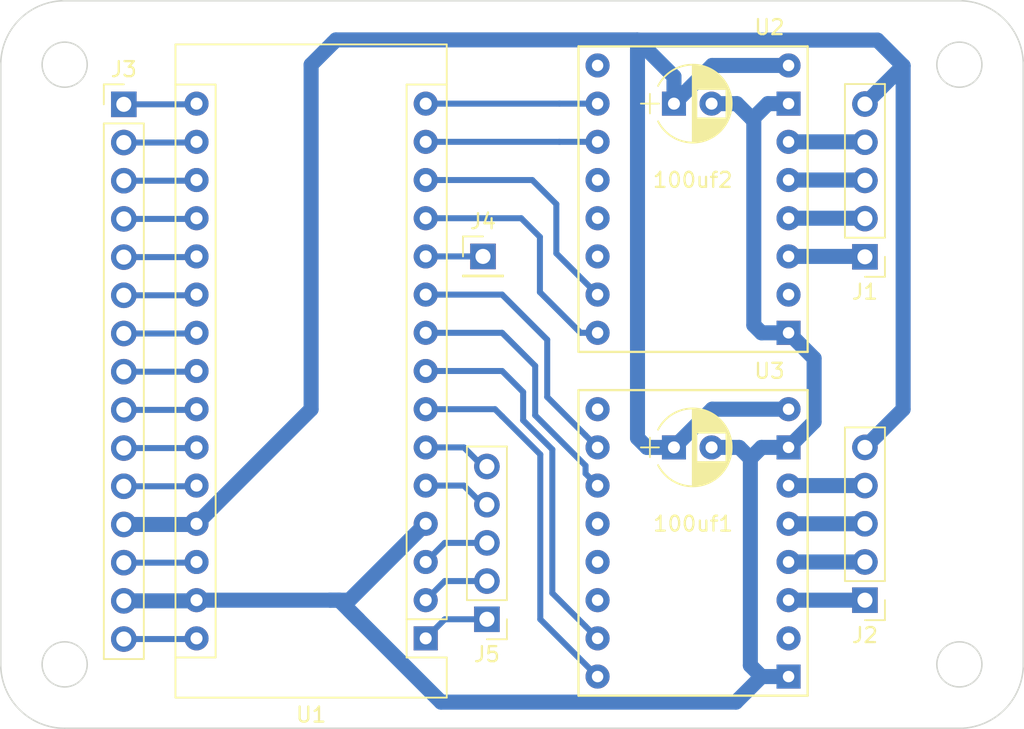
<source format=kicad_pcb>
(kicad_pcb (version 4) (host pcbnew 4.0.7)

  (general
    (links 50)
    (no_connects 5)
    (area 108.949999 68.949999 176.050001 126.050001)
    (thickness 1.6)
    (drawings 12)
    (tracks 140)
    (zones 0)
    (modules 10)
    (nets 48)
  )

  (page A4)
  (layers
    (0 F.Cu signal)
    (31 B.Cu signal)
    (32 B.Adhes user)
    (33 F.Adhes user)
    (34 B.Paste user)
    (35 F.Paste user)
    (36 B.SilkS user)
    (37 F.SilkS user)
    (38 B.Mask user)
    (39 F.Mask user)
    (40 Dwgs.User user)
    (41 Cmts.User user)
    (42 Eco1.User user)
    (43 Eco2.User user)
    (44 Edge.Cuts user)
    (45 Margin user)
    (46 B.CrtYd user)
    (47 F.CrtYd user)
    (48 B.Fab user)
    (49 F.Fab user)
  )

  (setup
    (last_trace_width 1)
    (user_trace_width 1)
    (trace_clearance 0.4)
    (zone_clearance 0.508)
    (zone_45_only no)
    (trace_min 0.2)
    (segment_width 0.2)
    (edge_width 0.1)
    (via_size 0.6)
    (via_drill 0.4)
    (via_min_size 0.4)
    (via_min_drill 0.3)
    (uvia_size 0.3)
    (uvia_drill 0.1)
    (uvias_allowed no)
    (uvia_min_size 0.2)
    (uvia_min_drill 0.1)
    (pcb_text_width 0.3)
    (pcb_text_size 1.5 1.5)
    (mod_edge_width 0.15)
    (mod_text_size 1 1)
    (mod_text_width 0.15)
    (pad_size 1.5 1.5)
    (pad_drill 0.6)
    (pad_to_mask_clearance 0)
    (aux_axis_origin 0 0)
    (visible_elements 7FFFFFFF)
    (pcbplotparams
      (layerselection 0x00030_80000001)
      (usegerberextensions false)
      (excludeedgelayer true)
      (linewidth 0.100000)
      (plotframeref false)
      (viasonmask false)
      (mode 1)
      (useauxorigin false)
      (hpglpennumber 1)
      (hpglpenspeed 20)
      (hpglpendiameter 15)
      (hpglpenoverlay 2)
      (psnegative false)
      (psa4output false)
      (plotreference true)
      (plotvalue true)
      (plotinvisibletext false)
      (padsonsilk false)
      (subtractmaskfromsilk false)
      (outputformat 1)
      (mirror false)
      (drillshape 1)
      (scaleselection 1)
      (outputdirectory ""))
  )

  (net 0 "")
  (net 1 /VMOT)
  (net 2 GND)
  (net 3 "Net-(J1-Pad1)")
  (net 4 "Net-(J1-Pad2)")
  (net 5 "Net-(J1-Pad3)")
  (net 6 "Net-(J1-Pad4)")
  (net 7 "Net-(J2-Pad1)")
  (net 8 "Net-(J2-Pad2)")
  (net 9 "Net-(J2-Pad3)")
  (net 10 "Net-(J2-Pad4)")
  (net 11 "Net-(U1-Pad7)")
  (net 12 "Net-(U1-Pad8)")
  (net 13 "Net-(U1-Pad9)")
  (net 14 "Net-(U1-Pad10)")
  (net 15 "Net-(U1-Pad12)")
  (net 16 "Net-(U1-Pad13)")
  (net 17 "Net-(U1-Pad14)")
  (net 18 "Net-(U1-Pad15)")
  (net 19 "Net-(U2-Pad1)")
  (net 20 "Net-(U2-Pad4)")
  (net 21 "Net-(U2-Pad5)")
  (net 22 "Net-(U2-Pad6)")
  (net 23 "Net-(U2-Pad10)")
  (net 24 "Net-(U3-Pad1)")
  (net 25 "Net-(U3-Pad4)")
  (net 26 "Net-(U3-Pad5)")
  (net 27 "Net-(U3-Pad6)")
  (net 28 "Net-(U3-Pad10)")
  (net 29 "Net-(J3-Pad1)")
  (net 30 "Net-(J3-Pad2)")
  (net 31 "Net-(J3-Pad3)")
  (net 32 "Net-(J4-Pad1)")
  (net 33 "Net-(J5-Pad1)")
  (net 34 "Net-(J5-Pad2)")
  (net 35 "Net-(J3-Pad4)")
  (net 36 "Net-(J3-Pad5)")
  (net 37 "Net-(J3-Pad6)")
  (net 38 "Net-(J3-Pad7)")
  (net 39 "Net-(J3-Pad8)")
  (net 40 "Net-(J3-Pad9)")
  (net 41 "Net-(J3-Pad10)")
  (net 42 "Net-(J3-Pad11)")
  (net 43 "Net-(J3-Pad13)")
  (net 44 "Net-(J3-Pad15)")
  (net 45 "Net-(J5-Pad3)")
  (net 46 "Net-(J5-Pad4)")
  (net 47 "Net-(J5-Pad5)")

  (net_class Default "This is the default net class."
    (clearance 0.4)
    (trace_width 0.4)
    (via_dia 0.6)
    (via_drill 0.4)
    (uvia_dia 0.3)
    (uvia_drill 0.1)
    (add_net /VMOT)
    (add_net GND)
    (add_net "Net-(J1-Pad1)")
    (add_net "Net-(J1-Pad2)")
    (add_net "Net-(J1-Pad3)")
    (add_net "Net-(J1-Pad4)")
    (add_net "Net-(J2-Pad1)")
    (add_net "Net-(J2-Pad2)")
    (add_net "Net-(J2-Pad3)")
    (add_net "Net-(J2-Pad4)")
    (add_net "Net-(J3-Pad1)")
    (add_net "Net-(J3-Pad10)")
    (add_net "Net-(J3-Pad11)")
    (add_net "Net-(J3-Pad13)")
    (add_net "Net-(J3-Pad15)")
    (add_net "Net-(J3-Pad2)")
    (add_net "Net-(J3-Pad3)")
    (add_net "Net-(J3-Pad4)")
    (add_net "Net-(J3-Pad5)")
    (add_net "Net-(J3-Pad6)")
    (add_net "Net-(J3-Pad7)")
    (add_net "Net-(J3-Pad8)")
    (add_net "Net-(J3-Pad9)")
    (add_net "Net-(J4-Pad1)")
    (add_net "Net-(J5-Pad1)")
    (add_net "Net-(J5-Pad2)")
    (add_net "Net-(J5-Pad3)")
    (add_net "Net-(J5-Pad4)")
    (add_net "Net-(J5-Pad5)")
    (add_net "Net-(U1-Pad10)")
    (add_net "Net-(U1-Pad12)")
    (add_net "Net-(U1-Pad13)")
    (add_net "Net-(U1-Pad14)")
    (add_net "Net-(U1-Pad15)")
    (add_net "Net-(U1-Pad7)")
    (add_net "Net-(U1-Pad8)")
    (add_net "Net-(U1-Pad9)")
    (add_net "Net-(U2-Pad1)")
    (add_net "Net-(U2-Pad10)")
    (add_net "Net-(U2-Pad4)")
    (add_net "Net-(U2-Pad5)")
    (add_net "Net-(U2-Pad6)")
    (add_net "Net-(U3-Pad1)")
    (add_net "Net-(U3-Pad10)")
    (add_net "Net-(U3-Pad4)")
    (add_net "Net-(U3-Pad5)")
    (add_net "Net-(U3-Pad6)")
  )

  (module Modules:Arduino_Nano (layer F.Cu) (tedit 58ACAF70) (tstamp 5B5073F8)
    (at 48.26 64.77 180)
    (descr "Arduino Nano, http://www.mouser.com/pdfdocs/Gravitech_Arduino_Nano3_0.pdf")
    (tags "Arduino Nano")
    (path /5B3603A6)
    (fp_text reference U1 (at 7.62 -5.08 180) (layer F.SilkS)
      (effects (font (size 1 1) (thickness 0.15)))
    )
    (fp_text value ArduinoNano (at 8.89 19.05 270) (layer F.Fab)
      (effects (font (size 1 1) (thickness 0.15)))
    )
    (fp_text user %R (at 6.35 19.05 270) (layer F.Fab)
      (effects (font (size 1 1) (thickness 0.15)))
    )
    (fp_line (start 1.27 1.27) (end 1.27 -1.27) (layer F.SilkS) (width 0.12))
    (fp_line (start 1.27 -1.27) (end -1.4 -1.27) (layer F.SilkS) (width 0.12))
    (fp_line (start -1.4 1.27) (end -1.4 39.5) (layer F.SilkS) (width 0.12))
    (fp_line (start -1.4 -3.94) (end -1.4 -1.27) (layer F.SilkS) (width 0.12))
    (fp_line (start 13.97 -1.27) (end 16.64 -1.27) (layer F.SilkS) (width 0.12))
    (fp_line (start 13.97 -1.27) (end 13.97 36.83) (layer F.SilkS) (width 0.12))
    (fp_line (start 13.97 36.83) (end 16.64 36.83) (layer F.SilkS) (width 0.12))
    (fp_line (start 1.27 1.27) (end -1.4 1.27) (layer F.SilkS) (width 0.12))
    (fp_line (start 1.27 1.27) (end 1.27 36.83) (layer F.SilkS) (width 0.12))
    (fp_line (start 1.27 36.83) (end -1.4 36.83) (layer F.SilkS) (width 0.12))
    (fp_line (start 3.81 31.75) (end 11.43 31.75) (layer F.Fab) (width 0.1))
    (fp_line (start 11.43 31.75) (end 11.43 41.91) (layer F.Fab) (width 0.1))
    (fp_line (start 11.43 41.91) (end 3.81 41.91) (layer F.Fab) (width 0.1))
    (fp_line (start 3.81 41.91) (end 3.81 31.75) (layer F.Fab) (width 0.1))
    (fp_line (start -1.4 39.5) (end 16.64 39.5) (layer F.SilkS) (width 0.12))
    (fp_line (start 16.64 39.5) (end 16.64 -3.94) (layer F.SilkS) (width 0.12))
    (fp_line (start 16.64 -3.94) (end -1.4 -3.94) (layer F.SilkS) (width 0.12))
    (fp_line (start 16.51 39.37) (end -1.27 39.37) (layer F.Fab) (width 0.1))
    (fp_line (start -1.27 39.37) (end -1.27 -2.54) (layer F.Fab) (width 0.1))
    (fp_line (start -1.27 -2.54) (end 0 -3.81) (layer F.Fab) (width 0.1))
    (fp_line (start 0 -3.81) (end 16.51 -3.81) (layer F.Fab) (width 0.1))
    (fp_line (start 16.51 -3.81) (end 16.51 39.37) (layer F.Fab) (width 0.1))
    (fp_line (start -1.53 -4.06) (end 16.75 -4.06) (layer F.CrtYd) (width 0.05))
    (fp_line (start -1.53 -4.06) (end -1.53 42.16) (layer F.CrtYd) (width 0.05))
    (fp_line (start 16.75 42.16) (end 16.75 -4.06) (layer F.CrtYd) (width 0.05))
    (fp_line (start 16.75 42.16) (end -1.53 42.16) (layer F.CrtYd) (width 0.05))
    (pad 1 thru_hole rect (at 0 0 180) (size 1.6 1.6) (drill 0.8) (layers *.Cu *.Mask)
      (net 33 "Net-(J5-Pad1)"))
    (pad 17 thru_hole oval (at 15.24 33.02 180) (size 1.6 1.6) (drill 0.8) (layers *.Cu *.Mask)
      (net 30 "Net-(J3-Pad2)"))
    (pad 2 thru_hole oval (at 0 2.54 180) (size 1.6 1.6) (drill 0.8) (layers *.Cu *.Mask)
      (net 34 "Net-(J5-Pad2)"))
    (pad 18 thru_hole oval (at 15.24 30.48 180) (size 1.6 1.6) (drill 0.8) (layers *.Cu *.Mask)
      (net 31 "Net-(J3-Pad3)"))
    (pad 3 thru_hole oval (at 0 5.08 180) (size 1.6 1.6) (drill 0.8) (layers *.Cu *.Mask)
      (net 45 "Net-(J5-Pad3)"))
    (pad 19 thru_hole oval (at 15.24 27.94 180) (size 1.6 1.6) (drill 0.8) (layers *.Cu *.Mask)
      (net 35 "Net-(J3-Pad4)"))
    (pad 4 thru_hole oval (at 0 7.62 180) (size 1.6 1.6) (drill 0.8) (layers *.Cu *.Mask)
      (net 2 GND))
    (pad 20 thru_hole oval (at 15.24 25.4 180) (size 1.6 1.6) (drill 0.8) (layers *.Cu *.Mask)
      (net 36 "Net-(J3-Pad5)"))
    (pad 5 thru_hole oval (at 0 10.16 180) (size 1.6 1.6) (drill 0.8) (layers *.Cu *.Mask)
      (net 46 "Net-(J5-Pad4)"))
    (pad 21 thru_hole oval (at 15.24 22.86 180) (size 1.6 1.6) (drill 0.8) (layers *.Cu *.Mask)
      (net 37 "Net-(J3-Pad6)"))
    (pad 6 thru_hole oval (at 0 12.7 180) (size 1.6 1.6) (drill 0.8) (layers *.Cu *.Mask)
      (net 47 "Net-(J5-Pad5)"))
    (pad 22 thru_hole oval (at 15.24 20.32 180) (size 1.6 1.6) (drill 0.8) (layers *.Cu *.Mask)
      (net 38 "Net-(J3-Pad7)"))
    (pad 7 thru_hole oval (at 0 15.24 180) (size 1.6 1.6) (drill 0.8) (layers *.Cu *.Mask)
      (net 11 "Net-(U1-Pad7)"))
    (pad 23 thru_hole oval (at 15.24 17.78 180) (size 1.6 1.6) (drill 0.8) (layers *.Cu *.Mask)
      (net 39 "Net-(J3-Pad8)"))
    (pad 8 thru_hole oval (at 0 17.78 180) (size 1.6 1.6) (drill 0.8) (layers *.Cu *.Mask)
      (net 12 "Net-(U1-Pad8)"))
    (pad 24 thru_hole oval (at 15.24 15.24 180) (size 1.6 1.6) (drill 0.8) (layers *.Cu *.Mask)
      (net 40 "Net-(J3-Pad9)"))
    (pad 9 thru_hole oval (at 0 20.32 180) (size 1.6 1.6) (drill 0.8) (layers *.Cu *.Mask)
      (net 13 "Net-(U1-Pad9)"))
    (pad 25 thru_hole oval (at 15.24 12.7 180) (size 1.6 1.6) (drill 0.8) (layers *.Cu *.Mask)
      (net 41 "Net-(J3-Pad10)"))
    (pad 10 thru_hole oval (at 0 22.86 180) (size 1.6 1.6) (drill 0.8) (layers *.Cu *.Mask)
      (net 14 "Net-(U1-Pad10)"))
    (pad 26 thru_hole oval (at 15.24 10.16 180) (size 1.6 1.6) (drill 0.8) (layers *.Cu *.Mask)
      (net 42 "Net-(J3-Pad11)"))
    (pad 11 thru_hole oval (at 0 25.4 180) (size 1.6 1.6) (drill 0.8) (layers *.Cu *.Mask)
      (net 32 "Net-(J4-Pad1)"))
    (pad 27 thru_hole oval (at 15.24 7.62 180) (size 1.6 1.6) (drill 0.8) (layers *.Cu *.Mask)
      (net 1 /VMOT))
    (pad 12 thru_hole oval (at 0 27.94 180) (size 1.6 1.6) (drill 0.8) (layers *.Cu *.Mask)
      (net 15 "Net-(U1-Pad12)"))
    (pad 28 thru_hole oval (at 15.24 5.08 180) (size 1.6 1.6) (drill 0.8) (layers *.Cu *.Mask)
      (net 43 "Net-(J3-Pad13)"))
    (pad 13 thru_hole oval (at 0 30.48 180) (size 1.6 1.6) (drill 0.8) (layers *.Cu *.Mask)
      (net 16 "Net-(U1-Pad13)"))
    (pad 29 thru_hole oval (at 15.24 2.54 180) (size 1.6 1.6) (drill 0.8) (layers *.Cu *.Mask)
      (net 2 GND))
    (pad 14 thru_hole oval (at 0 33.02 180) (size 1.6 1.6) (drill 0.8) (layers *.Cu *.Mask)
      (net 17 "Net-(U1-Pad14)"))
    (pad 30 thru_hole oval (at 15.24 0 180) (size 1.6 1.6) (drill 0.8) (layers *.Cu *.Mask)
      (net 44 "Net-(J3-Pad15)"))
    (pad 15 thru_hole oval (at 0 35.56 180) (size 1.6 1.6) (drill 0.8) (layers *.Cu *.Mask)
      (net 18 "Net-(U1-Pad15)"))
    (pad 16 thru_hole oval (at 15.24 35.56 180) (size 1.6 1.6) (drill 0.8) (layers *.Cu *.Mask)
      (net 29 "Net-(J3-Pad1)"))
  )

  (module Capacitors_THT:CP_Radial_D5.0mm_P2.50mm (layer F.Cu) (tedit 597BC7C2) (tstamp 5B5072E5)
    (at 64.77 52.07)
    (descr "CP, Radial series, Radial, pin pitch=2.50mm, , diameter=5mm, Electrolytic Capacitor")
    (tags "CP Radial series Radial pin pitch 2.50mm  diameter 5mm Electrolytic Capacitor")
    (path /5B360C92)
    (fp_text reference 100uf1 (at 1.27 5.08) (layer F.SilkS)
      (effects (font (size 1 1) (thickness 0.15)))
    )
    (fp_text value CP1 (at 1.25 3.81) (layer F.Fab)
      (effects (font (size 1 1) (thickness 0.15)))
    )
    (fp_arc (start 1.25 0) (end -1.05558 -1.18) (angle 125.8) (layer F.SilkS) (width 0.12))
    (fp_arc (start 1.25 0) (end -1.05558 1.18) (angle -125.8) (layer F.SilkS) (width 0.12))
    (fp_arc (start 1.25 0) (end 3.55558 -1.18) (angle 54.2) (layer F.SilkS) (width 0.12))
    (fp_circle (center 1.25 0) (end 3.75 0) (layer F.Fab) (width 0.1))
    (fp_line (start -2.2 0) (end -1 0) (layer F.Fab) (width 0.1))
    (fp_line (start -1.6 -0.65) (end -1.6 0.65) (layer F.Fab) (width 0.1))
    (fp_line (start 1.25 -2.55) (end 1.25 2.55) (layer F.SilkS) (width 0.12))
    (fp_line (start 1.29 -2.55) (end 1.29 2.55) (layer F.SilkS) (width 0.12))
    (fp_line (start 1.33 -2.549) (end 1.33 2.549) (layer F.SilkS) (width 0.12))
    (fp_line (start 1.37 -2.548) (end 1.37 2.548) (layer F.SilkS) (width 0.12))
    (fp_line (start 1.41 -2.546) (end 1.41 2.546) (layer F.SilkS) (width 0.12))
    (fp_line (start 1.45 -2.543) (end 1.45 2.543) (layer F.SilkS) (width 0.12))
    (fp_line (start 1.49 -2.539) (end 1.49 2.539) (layer F.SilkS) (width 0.12))
    (fp_line (start 1.53 -2.535) (end 1.53 -0.98) (layer F.SilkS) (width 0.12))
    (fp_line (start 1.53 0.98) (end 1.53 2.535) (layer F.SilkS) (width 0.12))
    (fp_line (start 1.57 -2.531) (end 1.57 -0.98) (layer F.SilkS) (width 0.12))
    (fp_line (start 1.57 0.98) (end 1.57 2.531) (layer F.SilkS) (width 0.12))
    (fp_line (start 1.61 -2.525) (end 1.61 -0.98) (layer F.SilkS) (width 0.12))
    (fp_line (start 1.61 0.98) (end 1.61 2.525) (layer F.SilkS) (width 0.12))
    (fp_line (start 1.65 -2.519) (end 1.65 -0.98) (layer F.SilkS) (width 0.12))
    (fp_line (start 1.65 0.98) (end 1.65 2.519) (layer F.SilkS) (width 0.12))
    (fp_line (start 1.69 -2.513) (end 1.69 -0.98) (layer F.SilkS) (width 0.12))
    (fp_line (start 1.69 0.98) (end 1.69 2.513) (layer F.SilkS) (width 0.12))
    (fp_line (start 1.73 -2.506) (end 1.73 -0.98) (layer F.SilkS) (width 0.12))
    (fp_line (start 1.73 0.98) (end 1.73 2.506) (layer F.SilkS) (width 0.12))
    (fp_line (start 1.77 -2.498) (end 1.77 -0.98) (layer F.SilkS) (width 0.12))
    (fp_line (start 1.77 0.98) (end 1.77 2.498) (layer F.SilkS) (width 0.12))
    (fp_line (start 1.81 -2.489) (end 1.81 -0.98) (layer F.SilkS) (width 0.12))
    (fp_line (start 1.81 0.98) (end 1.81 2.489) (layer F.SilkS) (width 0.12))
    (fp_line (start 1.85 -2.48) (end 1.85 -0.98) (layer F.SilkS) (width 0.12))
    (fp_line (start 1.85 0.98) (end 1.85 2.48) (layer F.SilkS) (width 0.12))
    (fp_line (start 1.89 -2.47) (end 1.89 -0.98) (layer F.SilkS) (width 0.12))
    (fp_line (start 1.89 0.98) (end 1.89 2.47) (layer F.SilkS) (width 0.12))
    (fp_line (start 1.93 -2.46) (end 1.93 -0.98) (layer F.SilkS) (width 0.12))
    (fp_line (start 1.93 0.98) (end 1.93 2.46) (layer F.SilkS) (width 0.12))
    (fp_line (start 1.971 -2.448) (end 1.971 -0.98) (layer F.SilkS) (width 0.12))
    (fp_line (start 1.971 0.98) (end 1.971 2.448) (layer F.SilkS) (width 0.12))
    (fp_line (start 2.011 -2.436) (end 2.011 -0.98) (layer F.SilkS) (width 0.12))
    (fp_line (start 2.011 0.98) (end 2.011 2.436) (layer F.SilkS) (width 0.12))
    (fp_line (start 2.051 -2.424) (end 2.051 -0.98) (layer F.SilkS) (width 0.12))
    (fp_line (start 2.051 0.98) (end 2.051 2.424) (layer F.SilkS) (width 0.12))
    (fp_line (start 2.091 -2.41) (end 2.091 -0.98) (layer F.SilkS) (width 0.12))
    (fp_line (start 2.091 0.98) (end 2.091 2.41) (layer F.SilkS) (width 0.12))
    (fp_line (start 2.131 -2.396) (end 2.131 -0.98) (layer F.SilkS) (width 0.12))
    (fp_line (start 2.131 0.98) (end 2.131 2.396) (layer F.SilkS) (width 0.12))
    (fp_line (start 2.171 -2.382) (end 2.171 -0.98) (layer F.SilkS) (width 0.12))
    (fp_line (start 2.171 0.98) (end 2.171 2.382) (layer F.SilkS) (width 0.12))
    (fp_line (start 2.211 -2.366) (end 2.211 -0.98) (layer F.SilkS) (width 0.12))
    (fp_line (start 2.211 0.98) (end 2.211 2.366) (layer F.SilkS) (width 0.12))
    (fp_line (start 2.251 -2.35) (end 2.251 -0.98) (layer F.SilkS) (width 0.12))
    (fp_line (start 2.251 0.98) (end 2.251 2.35) (layer F.SilkS) (width 0.12))
    (fp_line (start 2.291 -2.333) (end 2.291 -0.98) (layer F.SilkS) (width 0.12))
    (fp_line (start 2.291 0.98) (end 2.291 2.333) (layer F.SilkS) (width 0.12))
    (fp_line (start 2.331 -2.315) (end 2.331 -0.98) (layer F.SilkS) (width 0.12))
    (fp_line (start 2.331 0.98) (end 2.331 2.315) (layer F.SilkS) (width 0.12))
    (fp_line (start 2.371 -2.296) (end 2.371 -0.98) (layer F.SilkS) (width 0.12))
    (fp_line (start 2.371 0.98) (end 2.371 2.296) (layer F.SilkS) (width 0.12))
    (fp_line (start 2.411 -2.276) (end 2.411 -0.98) (layer F.SilkS) (width 0.12))
    (fp_line (start 2.411 0.98) (end 2.411 2.276) (layer F.SilkS) (width 0.12))
    (fp_line (start 2.451 -2.256) (end 2.451 -0.98) (layer F.SilkS) (width 0.12))
    (fp_line (start 2.451 0.98) (end 2.451 2.256) (layer F.SilkS) (width 0.12))
    (fp_line (start 2.491 -2.234) (end 2.491 -0.98) (layer F.SilkS) (width 0.12))
    (fp_line (start 2.491 0.98) (end 2.491 2.234) (layer F.SilkS) (width 0.12))
    (fp_line (start 2.531 -2.212) (end 2.531 -0.98) (layer F.SilkS) (width 0.12))
    (fp_line (start 2.531 0.98) (end 2.531 2.212) (layer F.SilkS) (width 0.12))
    (fp_line (start 2.571 -2.189) (end 2.571 -0.98) (layer F.SilkS) (width 0.12))
    (fp_line (start 2.571 0.98) (end 2.571 2.189) (layer F.SilkS) (width 0.12))
    (fp_line (start 2.611 -2.165) (end 2.611 -0.98) (layer F.SilkS) (width 0.12))
    (fp_line (start 2.611 0.98) (end 2.611 2.165) (layer F.SilkS) (width 0.12))
    (fp_line (start 2.651 -2.14) (end 2.651 -0.98) (layer F.SilkS) (width 0.12))
    (fp_line (start 2.651 0.98) (end 2.651 2.14) (layer F.SilkS) (width 0.12))
    (fp_line (start 2.691 -2.113) (end 2.691 -0.98) (layer F.SilkS) (width 0.12))
    (fp_line (start 2.691 0.98) (end 2.691 2.113) (layer F.SilkS) (width 0.12))
    (fp_line (start 2.731 -2.086) (end 2.731 -0.98) (layer F.SilkS) (width 0.12))
    (fp_line (start 2.731 0.98) (end 2.731 2.086) (layer F.SilkS) (width 0.12))
    (fp_line (start 2.771 -2.058) (end 2.771 -0.98) (layer F.SilkS) (width 0.12))
    (fp_line (start 2.771 0.98) (end 2.771 2.058) (layer F.SilkS) (width 0.12))
    (fp_line (start 2.811 -2.028) (end 2.811 -0.98) (layer F.SilkS) (width 0.12))
    (fp_line (start 2.811 0.98) (end 2.811 2.028) (layer F.SilkS) (width 0.12))
    (fp_line (start 2.851 -1.997) (end 2.851 -0.98) (layer F.SilkS) (width 0.12))
    (fp_line (start 2.851 0.98) (end 2.851 1.997) (layer F.SilkS) (width 0.12))
    (fp_line (start 2.891 -1.965) (end 2.891 -0.98) (layer F.SilkS) (width 0.12))
    (fp_line (start 2.891 0.98) (end 2.891 1.965) (layer F.SilkS) (width 0.12))
    (fp_line (start 2.931 -1.932) (end 2.931 -0.98) (layer F.SilkS) (width 0.12))
    (fp_line (start 2.931 0.98) (end 2.931 1.932) (layer F.SilkS) (width 0.12))
    (fp_line (start 2.971 -1.897) (end 2.971 -0.98) (layer F.SilkS) (width 0.12))
    (fp_line (start 2.971 0.98) (end 2.971 1.897) (layer F.SilkS) (width 0.12))
    (fp_line (start 3.011 -1.861) (end 3.011 -0.98) (layer F.SilkS) (width 0.12))
    (fp_line (start 3.011 0.98) (end 3.011 1.861) (layer F.SilkS) (width 0.12))
    (fp_line (start 3.051 -1.823) (end 3.051 -0.98) (layer F.SilkS) (width 0.12))
    (fp_line (start 3.051 0.98) (end 3.051 1.823) (layer F.SilkS) (width 0.12))
    (fp_line (start 3.091 -1.783) (end 3.091 -0.98) (layer F.SilkS) (width 0.12))
    (fp_line (start 3.091 0.98) (end 3.091 1.783) (layer F.SilkS) (width 0.12))
    (fp_line (start 3.131 -1.742) (end 3.131 -0.98) (layer F.SilkS) (width 0.12))
    (fp_line (start 3.131 0.98) (end 3.131 1.742) (layer F.SilkS) (width 0.12))
    (fp_line (start 3.171 -1.699) (end 3.171 -0.98) (layer F.SilkS) (width 0.12))
    (fp_line (start 3.171 0.98) (end 3.171 1.699) (layer F.SilkS) (width 0.12))
    (fp_line (start 3.211 -1.654) (end 3.211 -0.98) (layer F.SilkS) (width 0.12))
    (fp_line (start 3.211 0.98) (end 3.211 1.654) (layer F.SilkS) (width 0.12))
    (fp_line (start 3.251 -1.606) (end 3.251 -0.98) (layer F.SilkS) (width 0.12))
    (fp_line (start 3.251 0.98) (end 3.251 1.606) (layer F.SilkS) (width 0.12))
    (fp_line (start 3.291 -1.556) (end 3.291 -0.98) (layer F.SilkS) (width 0.12))
    (fp_line (start 3.291 0.98) (end 3.291 1.556) (layer F.SilkS) (width 0.12))
    (fp_line (start 3.331 -1.504) (end 3.331 -0.98) (layer F.SilkS) (width 0.12))
    (fp_line (start 3.331 0.98) (end 3.331 1.504) (layer F.SilkS) (width 0.12))
    (fp_line (start 3.371 -1.448) (end 3.371 -0.98) (layer F.SilkS) (width 0.12))
    (fp_line (start 3.371 0.98) (end 3.371 1.448) (layer F.SilkS) (width 0.12))
    (fp_line (start 3.411 -1.39) (end 3.411 -0.98) (layer F.SilkS) (width 0.12))
    (fp_line (start 3.411 0.98) (end 3.411 1.39) (layer F.SilkS) (width 0.12))
    (fp_line (start 3.451 -1.327) (end 3.451 -0.98) (layer F.SilkS) (width 0.12))
    (fp_line (start 3.451 0.98) (end 3.451 1.327) (layer F.SilkS) (width 0.12))
    (fp_line (start 3.491 -1.261) (end 3.491 1.261) (layer F.SilkS) (width 0.12))
    (fp_line (start 3.531 -1.189) (end 3.531 1.189) (layer F.SilkS) (width 0.12))
    (fp_line (start 3.571 -1.112) (end 3.571 1.112) (layer F.SilkS) (width 0.12))
    (fp_line (start 3.611 -1.028) (end 3.611 1.028) (layer F.SilkS) (width 0.12))
    (fp_line (start 3.651 -0.934) (end 3.651 0.934) (layer F.SilkS) (width 0.12))
    (fp_line (start 3.691 -0.829) (end 3.691 0.829) (layer F.SilkS) (width 0.12))
    (fp_line (start 3.731 -0.707) (end 3.731 0.707) (layer F.SilkS) (width 0.12))
    (fp_line (start 3.771 -0.559) (end 3.771 0.559) (layer F.SilkS) (width 0.12))
    (fp_line (start 3.811 -0.354) (end 3.811 0.354) (layer F.SilkS) (width 0.12))
    (fp_line (start -2.2 0) (end -1 0) (layer F.SilkS) (width 0.12))
    (fp_line (start -1.6 -0.65) (end -1.6 0.65) (layer F.SilkS) (width 0.12))
    (fp_line (start -1.6 -2.85) (end -1.6 2.85) (layer F.CrtYd) (width 0.05))
    (fp_line (start -1.6 2.85) (end 4.1 2.85) (layer F.CrtYd) (width 0.05))
    (fp_line (start 4.1 2.85) (end 4.1 -2.85) (layer F.CrtYd) (width 0.05))
    (fp_line (start 4.1 -2.85) (end -1.6 -2.85) (layer F.CrtYd) (width 0.05))
    (fp_text user %R (at 1.25 0) (layer F.Fab)
      (effects (font (size 1 1) (thickness 0.15)))
    )
    (pad 1 thru_hole rect (at 0 0) (size 1.6 1.6) (drill 0.8) (layers *.Cu *.Mask)
      (net 1 /VMOT))
    (pad 2 thru_hole circle (at 2.5 0) (size 1.6 1.6) (drill 0.8) (layers *.Cu *.Mask)
      (net 2 GND))
    (model ${KISYS3DMOD}/Capacitors_THT.3dshapes/CP_Radial_D5.0mm_P2.50mm.wrl
      (at (xyz 0 0 0))
      (scale (xyz 1 1 1))
      (rotate (xyz 0 0 0))
    )
  )

  (module Capacitors_THT:CP_Radial_D5.0mm_P2.50mm (layer F.Cu) (tedit 597BC7C2) (tstamp 5B50736A)
    (at 64.77 29.21)
    (descr "CP, Radial series, Radial, pin pitch=2.50mm, , diameter=5mm, Electrolytic Capacitor")
    (tags "CP Radial series Radial pin pitch 2.50mm  diameter 5mm Electrolytic Capacitor")
    (path /5B360D13)
    (fp_text reference 100uf2 (at 1.25 5.08) (layer F.SilkS)
      (effects (font (size 1 1) (thickness 0.15)))
    )
    (fp_text value CP1 (at 1.25 3.81) (layer F.Fab)
      (effects (font (size 1 1) (thickness 0.15)))
    )
    (fp_arc (start 1.25 0) (end -1.05558 -1.18) (angle 125.8) (layer F.SilkS) (width 0.12))
    (fp_arc (start 1.25 0) (end -1.05558 1.18) (angle -125.8) (layer F.SilkS) (width 0.12))
    (fp_arc (start 1.25 0) (end 3.55558 -1.18) (angle 54.2) (layer F.SilkS) (width 0.12))
    (fp_circle (center 1.25 0) (end 3.75 0) (layer F.Fab) (width 0.1))
    (fp_line (start -2.2 0) (end -1 0) (layer F.Fab) (width 0.1))
    (fp_line (start -1.6 -0.65) (end -1.6 0.65) (layer F.Fab) (width 0.1))
    (fp_line (start 1.25 -2.55) (end 1.25 2.55) (layer F.SilkS) (width 0.12))
    (fp_line (start 1.29 -2.55) (end 1.29 2.55) (layer F.SilkS) (width 0.12))
    (fp_line (start 1.33 -2.549) (end 1.33 2.549) (layer F.SilkS) (width 0.12))
    (fp_line (start 1.37 -2.548) (end 1.37 2.548) (layer F.SilkS) (width 0.12))
    (fp_line (start 1.41 -2.546) (end 1.41 2.546) (layer F.SilkS) (width 0.12))
    (fp_line (start 1.45 -2.543) (end 1.45 2.543) (layer F.SilkS) (width 0.12))
    (fp_line (start 1.49 -2.539) (end 1.49 2.539) (layer F.SilkS) (width 0.12))
    (fp_line (start 1.53 -2.535) (end 1.53 -0.98) (layer F.SilkS) (width 0.12))
    (fp_line (start 1.53 0.98) (end 1.53 2.535) (layer F.SilkS) (width 0.12))
    (fp_line (start 1.57 -2.531) (end 1.57 -0.98) (layer F.SilkS) (width 0.12))
    (fp_line (start 1.57 0.98) (end 1.57 2.531) (layer F.SilkS) (width 0.12))
    (fp_line (start 1.61 -2.525) (end 1.61 -0.98) (layer F.SilkS) (width 0.12))
    (fp_line (start 1.61 0.98) (end 1.61 2.525) (layer F.SilkS) (width 0.12))
    (fp_line (start 1.65 -2.519) (end 1.65 -0.98) (layer F.SilkS) (width 0.12))
    (fp_line (start 1.65 0.98) (end 1.65 2.519) (layer F.SilkS) (width 0.12))
    (fp_line (start 1.69 -2.513) (end 1.69 -0.98) (layer F.SilkS) (width 0.12))
    (fp_line (start 1.69 0.98) (end 1.69 2.513) (layer F.SilkS) (width 0.12))
    (fp_line (start 1.73 -2.506) (end 1.73 -0.98) (layer F.SilkS) (width 0.12))
    (fp_line (start 1.73 0.98) (end 1.73 2.506) (layer F.SilkS) (width 0.12))
    (fp_line (start 1.77 -2.498) (end 1.77 -0.98) (layer F.SilkS) (width 0.12))
    (fp_line (start 1.77 0.98) (end 1.77 2.498) (layer F.SilkS) (width 0.12))
    (fp_line (start 1.81 -2.489) (end 1.81 -0.98) (layer F.SilkS) (width 0.12))
    (fp_line (start 1.81 0.98) (end 1.81 2.489) (layer F.SilkS) (width 0.12))
    (fp_line (start 1.85 -2.48) (end 1.85 -0.98) (layer F.SilkS) (width 0.12))
    (fp_line (start 1.85 0.98) (end 1.85 2.48) (layer F.SilkS) (width 0.12))
    (fp_line (start 1.89 -2.47) (end 1.89 -0.98) (layer F.SilkS) (width 0.12))
    (fp_line (start 1.89 0.98) (end 1.89 2.47) (layer F.SilkS) (width 0.12))
    (fp_line (start 1.93 -2.46) (end 1.93 -0.98) (layer F.SilkS) (width 0.12))
    (fp_line (start 1.93 0.98) (end 1.93 2.46) (layer F.SilkS) (width 0.12))
    (fp_line (start 1.971 -2.448) (end 1.971 -0.98) (layer F.SilkS) (width 0.12))
    (fp_line (start 1.971 0.98) (end 1.971 2.448) (layer F.SilkS) (width 0.12))
    (fp_line (start 2.011 -2.436) (end 2.011 -0.98) (layer F.SilkS) (width 0.12))
    (fp_line (start 2.011 0.98) (end 2.011 2.436) (layer F.SilkS) (width 0.12))
    (fp_line (start 2.051 -2.424) (end 2.051 -0.98) (layer F.SilkS) (width 0.12))
    (fp_line (start 2.051 0.98) (end 2.051 2.424) (layer F.SilkS) (width 0.12))
    (fp_line (start 2.091 -2.41) (end 2.091 -0.98) (layer F.SilkS) (width 0.12))
    (fp_line (start 2.091 0.98) (end 2.091 2.41) (layer F.SilkS) (width 0.12))
    (fp_line (start 2.131 -2.396) (end 2.131 -0.98) (layer F.SilkS) (width 0.12))
    (fp_line (start 2.131 0.98) (end 2.131 2.396) (layer F.SilkS) (width 0.12))
    (fp_line (start 2.171 -2.382) (end 2.171 -0.98) (layer F.SilkS) (width 0.12))
    (fp_line (start 2.171 0.98) (end 2.171 2.382) (layer F.SilkS) (width 0.12))
    (fp_line (start 2.211 -2.366) (end 2.211 -0.98) (layer F.SilkS) (width 0.12))
    (fp_line (start 2.211 0.98) (end 2.211 2.366) (layer F.SilkS) (width 0.12))
    (fp_line (start 2.251 -2.35) (end 2.251 -0.98) (layer F.SilkS) (width 0.12))
    (fp_line (start 2.251 0.98) (end 2.251 2.35) (layer F.SilkS) (width 0.12))
    (fp_line (start 2.291 -2.333) (end 2.291 -0.98) (layer F.SilkS) (width 0.12))
    (fp_line (start 2.291 0.98) (end 2.291 2.333) (layer F.SilkS) (width 0.12))
    (fp_line (start 2.331 -2.315) (end 2.331 -0.98) (layer F.SilkS) (width 0.12))
    (fp_line (start 2.331 0.98) (end 2.331 2.315) (layer F.SilkS) (width 0.12))
    (fp_line (start 2.371 -2.296) (end 2.371 -0.98) (layer F.SilkS) (width 0.12))
    (fp_line (start 2.371 0.98) (end 2.371 2.296) (layer F.SilkS) (width 0.12))
    (fp_line (start 2.411 -2.276) (end 2.411 -0.98) (layer F.SilkS) (width 0.12))
    (fp_line (start 2.411 0.98) (end 2.411 2.276) (layer F.SilkS) (width 0.12))
    (fp_line (start 2.451 -2.256) (end 2.451 -0.98) (layer F.SilkS) (width 0.12))
    (fp_line (start 2.451 0.98) (end 2.451 2.256) (layer F.SilkS) (width 0.12))
    (fp_line (start 2.491 -2.234) (end 2.491 -0.98) (layer F.SilkS) (width 0.12))
    (fp_line (start 2.491 0.98) (end 2.491 2.234) (layer F.SilkS) (width 0.12))
    (fp_line (start 2.531 -2.212) (end 2.531 -0.98) (layer F.SilkS) (width 0.12))
    (fp_line (start 2.531 0.98) (end 2.531 2.212) (layer F.SilkS) (width 0.12))
    (fp_line (start 2.571 -2.189) (end 2.571 -0.98) (layer F.SilkS) (width 0.12))
    (fp_line (start 2.571 0.98) (end 2.571 2.189) (layer F.SilkS) (width 0.12))
    (fp_line (start 2.611 -2.165) (end 2.611 -0.98) (layer F.SilkS) (width 0.12))
    (fp_line (start 2.611 0.98) (end 2.611 2.165) (layer F.SilkS) (width 0.12))
    (fp_line (start 2.651 -2.14) (end 2.651 -0.98) (layer F.SilkS) (width 0.12))
    (fp_line (start 2.651 0.98) (end 2.651 2.14) (layer F.SilkS) (width 0.12))
    (fp_line (start 2.691 -2.113) (end 2.691 -0.98) (layer F.SilkS) (width 0.12))
    (fp_line (start 2.691 0.98) (end 2.691 2.113) (layer F.SilkS) (width 0.12))
    (fp_line (start 2.731 -2.086) (end 2.731 -0.98) (layer F.SilkS) (width 0.12))
    (fp_line (start 2.731 0.98) (end 2.731 2.086) (layer F.SilkS) (width 0.12))
    (fp_line (start 2.771 -2.058) (end 2.771 -0.98) (layer F.SilkS) (width 0.12))
    (fp_line (start 2.771 0.98) (end 2.771 2.058) (layer F.SilkS) (width 0.12))
    (fp_line (start 2.811 -2.028) (end 2.811 -0.98) (layer F.SilkS) (width 0.12))
    (fp_line (start 2.811 0.98) (end 2.811 2.028) (layer F.SilkS) (width 0.12))
    (fp_line (start 2.851 -1.997) (end 2.851 -0.98) (layer F.SilkS) (width 0.12))
    (fp_line (start 2.851 0.98) (end 2.851 1.997) (layer F.SilkS) (width 0.12))
    (fp_line (start 2.891 -1.965) (end 2.891 -0.98) (layer F.SilkS) (width 0.12))
    (fp_line (start 2.891 0.98) (end 2.891 1.965) (layer F.SilkS) (width 0.12))
    (fp_line (start 2.931 -1.932) (end 2.931 -0.98) (layer F.SilkS) (width 0.12))
    (fp_line (start 2.931 0.98) (end 2.931 1.932) (layer F.SilkS) (width 0.12))
    (fp_line (start 2.971 -1.897) (end 2.971 -0.98) (layer F.SilkS) (width 0.12))
    (fp_line (start 2.971 0.98) (end 2.971 1.897) (layer F.SilkS) (width 0.12))
    (fp_line (start 3.011 -1.861) (end 3.011 -0.98) (layer F.SilkS) (width 0.12))
    (fp_line (start 3.011 0.98) (end 3.011 1.861) (layer F.SilkS) (width 0.12))
    (fp_line (start 3.051 -1.823) (end 3.051 -0.98) (layer F.SilkS) (width 0.12))
    (fp_line (start 3.051 0.98) (end 3.051 1.823) (layer F.SilkS) (width 0.12))
    (fp_line (start 3.091 -1.783) (end 3.091 -0.98) (layer F.SilkS) (width 0.12))
    (fp_line (start 3.091 0.98) (end 3.091 1.783) (layer F.SilkS) (width 0.12))
    (fp_line (start 3.131 -1.742) (end 3.131 -0.98) (layer F.SilkS) (width 0.12))
    (fp_line (start 3.131 0.98) (end 3.131 1.742) (layer F.SilkS) (width 0.12))
    (fp_line (start 3.171 -1.699) (end 3.171 -0.98) (layer F.SilkS) (width 0.12))
    (fp_line (start 3.171 0.98) (end 3.171 1.699) (layer F.SilkS) (width 0.12))
    (fp_line (start 3.211 -1.654) (end 3.211 -0.98) (layer F.SilkS) (width 0.12))
    (fp_line (start 3.211 0.98) (end 3.211 1.654) (layer F.SilkS) (width 0.12))
    (fp_line (start 3.251 -1.606) (end 3.251 -0.98) (layer F.SilkS) (width 0.12))
    (fp_line (start 3.251 0.98) (end 3.251 1.606) (layer F.SilkS) (width 0.12))
    (fp_line (start 3.291 -1.556) (end 3.291 -0.98) (layer F.SilkS) (width 0.12))
    (fp_line (start 3.291 0.98) (end 3.291 1.556) (layer F.SilkS) (width 0.12))
    (fp_line (start 3.331 -1.504) (end 3.331 -0.98) (layer F.SilkS) (width 0.12))
    (fp_line (start 3.331 0.98) (end 3.331 1.504) (layer F.SilkS) (width 0.12))
    (fp_line (start 3.371 -1.448) (end 3.371 -0.98) (layer F.SilkS) (width 0.12))
    (fp_line (start 3.371 0.98) (end 3.371 1.448) (layer F.SilkS) (width 0.12))
    (fp_line (start 3.411 -1.39) (end 3.411 -0.98) (layer F.SilkS) (width 0.12))
    (fp_line (start 3.411 0.98) (end 3.411 1.39) (layer F.SilkS) (width 0.12))
    (fp_line (start 3.451 -1.327) (end 3.451 -0.98) (layer F.SilkS) (width 0.12))
    (fp_line (start 3.451 0.98) (end 3.451 1.327) (layer F.SilkS) (width 0.12))
    (fp_line (start 3.491 -1.261) (end 3.491 1.261) (layer F.SilkS) (width 0.12))
    (fp_line (start 3.531 -1.189) (end 3.531 1.189) (layer F.SilkS) (width 0.12))
    (fp_line (start 3.571 -1.112) (end 3.571 1.112) (layer F.SilkS) (width 0.12))
    (fp_line (start 3.611 -1.028) (end 3.611 1.028) (layer F.SilkS) (width 0.12))
    (fp_line (start 3.651 -0.934) (end 3.651 0.934) (layer F.SilkS) (width 0.12))
    (fp_line (start 3.691 -0.829) (end 3.691 0.829) (layer F.SilkS) (width 0.12))
    (fp_line (start 3.731 -0.707) (end 3.731 0.707) (layer F.SilkS) (width 0.12))
    (fp_line (start 3.771 -0.559) (end 3.771 0.559) (layer F.SilkS) (width 0.12))
    (fp_line (start 3.811 -0.354) (end 3.811 0.354) (layer F.SilkS) (width 0.12))
    (fp_line (start -2.2 0) (end -1 0) (layer F.SilkS) (width 0.12))
    (fp_line (start -1.6 -0.65) (end -1.6 0.65) (layer F.SilkS) (width 0.12))
    (fp_line (start -1.6 -2.85) (end -1.6 2.85) (layer F.CrtYd) (width 0.05))
    (fp_line (start -1.6 2.85) (end 4.1 2.85) (layer F.CrtYd) (width 0.05))
    (fp_line (start 4.1 2.85) (end 4.1 -2.85) (layer F.CrtYd) (width 0.05))
    (fp_line (start 4.1 -2.85) (end -1.6 -2.85) (layer F.CrtYd) (width 0.05))
    (fp_text user %R (at 1.25 0) (layer F.Fab)
      (effects (font (size 1 1) (thickness 0.15)))
    )
    (pad 1 thru_hole rect (at 0 0) (size 1.6 1.6) (drill 0.8) (layers *.Cu *.Mask)
      (net 1 /VMOT))
    (pad 2 thru_hole circle (at 2.5 0) (size 1.6 1.6) (drill 0.8) (layers *.Cu *.Mask)
      (net 2 GND))
    (model ${KISYS3DMOD}/Capacitors_THT.3dshapes/CP_Radial_D5.0mm_P2.50mm.wrl
      (at (xyz 0 0 0))
      (scale (xyz 1 1 1))
      (rotate (xyz 0 0 0))
    )
  )

  (module Pin_Headers:Pin_Header_Straight_1x05_Pitch2.54mm (layer F.Cu) (tedit 59650532) (tstamp 5B507383)
    (at 77.47 39.3954 180)
    (descr "Through hole straight pin header, 1x05, 2.54mm pitch, single row")
    (tags "Through hole pin header THT 1x05 2.54mm single row")
    (path /5B505C76)
    (fp_text reference J1 (at 0 -2.33 180) (layer F.SilkS)
      (effects (font (size 1 1) (thickness 0.15)))
    )
    (fp_text value Conn_01x05_Male (at -4.23 4.7454 270) (layer F.Fab)
      (effects (font (size 1 1) (thickness 0.15)))
    )
    (fp_line (start -0.635 -1.27) (end 1.27 -1.27) (layer F.Fab) (width 0.1))
    (fp_line (start 1.27 -1.27) (end 1.27 11.43) (layer F.Fab) (width 0.1))
    (fp_line (start 1.27 11.43) (end -1.27 11.43) (layer F.Fab) (width 0.1))
    (fp_line (start -1.27 11.43) (end -1.27 -0.635) (layer F.Fab) (width 0.1))
    (fp_line (start -1.27 -0.635) (end -0.635 -1.27) (layer F.Fab) (width 0.1))
    (fp_line (start -1.33 11.49) (end 1.33 11.49) (layer F.SilkS) (width 0.12))
    (fp_line (start -1.33 1.27) (end -1.33 11.49) (layer F.SilkS) (width 0.12))
    (fp_line (start 1.33 1.27) (end 1.33 11.49) (layer F.SilkS) (width 0.12))
    (fp_line (start -1.33 1.27) (end 1.33 1.27) (layer F.SilkS) (width 0.12))
    (fp_line (start -1.33 0) (end -1.33 -1.33) (layer F.SilkS) (width 0.12))
    (fp_line (start -1.33 -1.33) (end 0 -1.33) (layer F.SilkS) (width 0.12))
    (fp_line (start -1.8 -1.8) (end -1.8 11.95) (layer F.CrtYd) (width 0.05))
    (fp_line (start -1.8 11.95) (end 1.8 11.95) (layer F.CrtYd) (width 0.05))
    (fp_line (start 1.8 11.95) (end 1.8 -1.8) (layer F.CrtYd) (width 0.05))
    (fp_line (start 1.8 -1.8) (end -1.8 -1.8) (layer F.CrtYd) (width 0.05))
    (fp_text user %R (at 0 5.08 270) (layer F.Fab)
      (effects (font (size 1 1) (thickness 0.15)))
    )
    (pad 1 thru_hole rect (at 0 0 180) (size 1.7 1.7) (drill 1) (layers *.Cu *.Mask)
      (net 3 "Net-(J1-Pad1)"))
    (pad 2 thru_hole oval (at 0 2.54 180) (size 1.7 1.7) (drill 1) (layers *.Cu *.Mask)
      (net 4 "Net-(J1-Pad2)"))
    (pad 3 thru_hole oval (at 0 5.08 180) (size 1.7 1.7) (drill 1) (layers *.Cu *.Mask)
      (net 5 "Net-(J1-Pad3)"))
    (pad 4 thru_hole oval (at 0 7.62 180) (size 1.7 1.7) (drill 1) (layers *.Cu *.Mask)
      (net 6 "Net-(J1-Pad4)"))
    (pad 5 thru_hole oval (at 0 10.16 180) (size 1.7 1.7) (drill 1) (layers *.Cu *.Mask)
      (net 1 /VMOT))
    (model ${KISYS3DMOD}/Pin_Headers.3dshapes/Pin_Header_Straight_1x05_Pitch2.54mm.wrl
      (at (xyz 0 0 0))
      (scale (xyz 1 1 1))
      (rotate (xyz 0 0 0))
    )
  )

  (module Pin_Headers:Pin_Header_Straight_1x05_Pitch2.54mm (layer F.Cu) (tedit 59650532) (tstamp 5B50739C)
    (at 77.47 62.23 180)
    (descr "Through hole straight pin header, 1x05, 2.54mm pitch, single row")
    (tags "Through hole pin header THT 1x05 2.54mm single row")
    (path /5B505CFA)
    (fp_text reference J2 (at 0 -2.33 180) (layer F.SilkS)
      (effects (font (size 1 1) (thickness 0.15)))
    )
    (fp_text value Conn_01x05_Male (at -4.055 4.905 270) (layer F.Fab)
      (effects (font (size 1 1) (thickness 0.15)))
    )
    (fp_line (start -0.635 -1.27) (end 1.27 -1.27) (layer F.Fab) (width 0.1))
    (fp_line (start 1.27 -1.27) (end 1.27 11.43) (layer F.Fab) (width 0.1))
    (fp_line (start 1.27 11.43) (end -1.27 11.43) (layer F.Fab) (width 0.1))
    (fp_line (start -1.27 11.43) (end -1.27 -0.635) (layer F.Fab) (width 0.1))
    (fp_line (start -1.27 -0.635) (end -0.635 -1.27) (layer F.Fab) (width 0.1))
    (fp_line (start -1.33 11.49) (end 1.33 11.49) (layer F.SilkS) (width 0.12))
    (fp_line (start -1.33 1.27) (end -1.33 11.49) (layer F.SilkS) (width 0.12))
    (fp_line (start 1.33 1.27) (end 1.33 11.49) (layer F.SilkS) (width 0.12))
    (fp_line (start -1.33 1.27) (end 1.33 1.27) (layer F.SilkS) (width 0.12))
    (fp_line (start -1.33 0) (end -1.33 -1.33) (layer F.SilkS) (width 0.12))
    (fp_line (start -1.33 -1.33) (end 0 -1.33) (layer F.SilkS) (width 0.12))
    (fp_line (start -1.8 -1.8) (end -1.8 11.95) (layer F.CrtYd) (width 0.05))
    (fp_line (start -1.8 11.95) (end 1.8 11.95) (layer F.CrtYd) (width 0.05))
    (fp_line (start 1.8 11.95) (end 1.8 -1.8) (layer F.CrtYd) (width 0.05))
    (fp_line (start 1.8 -1.8) (end -1.8 -1.8) (layer F.CrtYd) (width 0.05))
    (fp_text user %R (at 0 5.08 270) (layer F.Fab)
      (effects (font (size 1 1) (thickness 0.15)))
    )
    (pad 1 thru_hole rect (at 0 0 180) (size 1.7 1.7) (drill 1) (layers *.Cu *.Mask)
      (net 7 "Net-(J2-Pad1)"))
    (pad 2 thru_hole oval (at 0 2.54 180) (size 1.7 1.7) (drill 1) (layers *.Cu *.Mask)
      (net 8 "Net-(J2-Pad2)"))
    (pad 3 thru_hole oval (at 0 5.08 180) (size 1.7 1.7) (drill 1) (layers *.Cu *.Mask)
      (net 9 "Net-(J2-Pad3)"))
    (pad 4 thru_hole oval (at 0 7.62 180) (size 1.7 1.7) (drill 1) (layers *.Cu *.Mask)
      (net 10 "Net-(J2-Pad4)"))
    (pad 5 thru_hole oval (at 0 10.16 180) (size 1.7 1.7) (drill 1) (layers *.Cu *.Mask)
      (net 1 /VMOT))
    (model ${KISYS3DMOD}/Pin_Headers.3dshapes/Pin_Header_Straight_1x05_Pitch2.54mm.wrl
      (at (xyz 0 0 0))
      (scale (xyz 1 1 1))
      (rotate (xyz 0 0 0))
    )
  )

  (module "Polarizer Project:drv8834" (layer F.Cu) (tedit 5B4F34F1) (tstamp 5B507410)
    (at 59.69 26.67)
    (path /5B36050B)
    (fp_text reference U2 (at 11.43 -2.54) (layer F.SilkS)
      (effects (font (size 1 1) (thickness 0.15)))
    )
    (fp_text value DRV8834_LV (at 2.54 -2.54) (layer F.Fab)
      (effects (font (size 1 1) (thickness 0.15)))
    )
    (fp_line (start -1.27 -1.27) (end 13.97 -1.27) (layer F.SilkS) (width 0.15))
    (fp_line (start 13.97 -1.27) (end 13.97 19.05) (layer F.SilkS) (width 0.15))
    (fp_line (start 13.97 19.05) (end -1.27 19.05) (layer F.SilkS) (width 0.15))
    (fp_line (start -1.27 19.05) (end -1.27 -1.27) (layer F.SilkS) (width 0.15))
    (pad 1 thru_hole circle (at 0 0) (size 1.6 1.6) (drill 0.762) (layers *.Cu *.Mask)
      (net 19 "Net-(U2-Pad1)"))
    (pad 2 thru_hole circle (at 0 2.54) (size 1.6 1.6) (drill 0.762) (layers *.Cu *.Mask)
      (net 18 "Net-(U1-Pad15)"))
    (pad 3 thru_hole circle (at 0 5.08) (size 1.6 1.6) (drill 0.762) (layers *.Cu *.Mask)
      (net 17 "Net-(U1-Pad14)"))
    (pad 4 thru_hole circle (at 0 7.62) (size 1.6 1.6) (drill 0.762) (layers *.Cu *.Mask)
      (net 20 "Net-(U2-Pad4)"))
    (pad 5 thru_hole circle (at 0 10.16) (size 1.6 1.6) (drill 0.762) (layers *.Cu *.Mask)
      (net 21 "Net-(U2-Pad5)"))
    (pad 6 thru_hole circle (at 0 12.7) (size 1.6 1.6) (drill 0.762) (layers *.Cu *.Mask)
      (net 22 "Net-(U2-Pad6)"))
    (pad 7 thru_hole circle (at 0 15.24) (size 1.6 1.6) (drill 0.762) (layers *.Cu *.Mask)
      (net 16 "Net-(U1-Pad13)"))
    (pad 8 thru_hole circle (at 0 17.78) (size 1.6 1.6) (drill 0.762) (layers *.Cu *.Mask)
      (net 15 "Net-(U1-Pad12)"))
    (pad 9 thru_hole rect (at 12.7 17.78) (size 1.6 1.6) (drill 0.762) (layers *.Cu *.Mask)
      (net 2 GND))
    (pad 10 thru_hole circle (at 12.7 15.24) (size 1.6 1.6) (drill 0.762) (layers *.Cu *.Mask)
      (net 23 "Net-(U2-Pad10)"))
    (pad 11 thru_hole circle (at 12.7 12.7) (size 1.6 1.6) (drill 0.762) (layers *.Cu *.Mask)
      (net 3 "Net-(J1-Pad1)"))
    (pad 12 thru_hole circle (at 12.7 10.16) (size 1.6 1.6) (drill 0.762) (layers *.Cu *.Mask)
      (net 4 "Net-(J1-Pad2)"))
    (pad 13 thru_hole circle (at 12.7 7.62) (size 1.6 1.6) (drill 0.762) (layers *.Cu *.Mask)
      (net 5 "Net-(J1-Pad3)"))
    (pad 14 thru_hole circle (at 12.7 5.08) (size 1.6 1.6) (drill 0.762) (layers *.Cu *.Mask)
      (net 6 "Net-(J1-Pad4)"))
    (pad 15 thru_hole rect (at 12.7 2.54) (size 1.6 1.6) (drill 0.762) (layers *.Cu *.Mask)
      (net 2 GND))
    (pad 16 thru_hole circle (at 12.7 0) (size 1.6 1.6) (drill 0.762) (layers *.Cu *.Mask)
      (net 1 /VMOT))
  )

  (module "Polarizer Project:drv8834" (layer F.Cu) (tedit 5B4F34F1) (tstamp 5B507428)
    (at 59.69 49.53)
    (path /5B360579)
    (fp_text reference U3 (at 11.43 -2.54) (layer F.SilkS)
      (effects (font (size 1 1) (thickness 0.15)))
    )
    (fp_text value DRV8834_LV (at 1.27 -2.54) (layer F.Fab)
      (effects (font (size 1 1) (thickness 0.15)))
    )
    (fp_line (start -1.27 -1.27) (end 13.97 -1.27) (layer F.SilkS) (width 0.15))
    (fp_line (start 13.97 -1.27) (end 13.97 19.05) (layer F.SilkS) (width 0.15))
    (fp_line (start 13.97 19.05) (end -1.27 19.05) (layer F.SilkS) (width 0.15))
    (fp_line (start -1.27 19.05) (end -1.27 -1.27) (layer F.SilkS) (width 0.15))
    (pad 1 thru_hole circle (at 0 0) (size 1.6 1.6) (drill 0.762) (layers *.Cu *.Mask)
      (net 24 "Net-(U3-Pad1)"))
    (pad 2 thru_hole circle (at 0 2.54) (size 1.6 1.6) (drill 0.762) (layers *.Cu *.Mask)
      (net 14 "Net-(U1-Pad10)"))
    (pad 3 thru_hole circle (at 0 5.08) (size 1.6 1.6) (drill 0.762) (layers *.Cu *.Mask)
      (net 13 "Net-(U1-Pad9)"))
    (pad 4 thru_hole circle (at 0 7.62) (size 1.6 1.6) (drill 0.762) (layers *.Cu *.Mask)
      (net 25 "Net-(U3-Pad4)"))
    (pad 5 thru_hole circle (at 0 10.16) (size 1.6 1.6) (drill 0.762) (layers *.Cu *.Mask)
      (net 26 "Net-(U3-Pad5)"))
    (pad 6 thru_hole circle (at 0 12.7) (size 1.6 1.6) (drill 0.762) (layers *.Cu *.Mask)
      (net 27 "Net-(U3-Pad6)"))
    (pad 7 thru_hole circle (at 0 15.24) (size 1.6 1.6) (drill 0.762) (layers *.Cu *.Mask)
      (net 12 "Net-(U1-Pad8)"))
    (pad 8 thru_hole circle (at 0 17.78) (size 1.6 1.6) (drill 0.762) (layers *.Cu *.Mask)
      (net 11 "Net-(U1-Pad7)"))
    (pad 9 thru_hole rect (at 12.7 17.78) (size 1.6 1.6) (drill 0.762) (layers *.Cu *.Mask)
      (net 2 GND))
    (pad 10 thru_hole circle (at 12.7 15.24) (size 1.6 1.6) (drill 0.762) (layers *.Cu *.Mask)
      (net 28 "Net-(U3-Pad10)"))
    (pad 11 thru_hole circle (at 12.7 12.7) (size 1.6 1.6) (drill 0.762) (layers *.Cu *.Mask)
      (net 7 "Net-(J2-Pad1)"))
    (pad 12 thru_hole circle (at 12.7 10.16) (size 1.6 1.6) (drill 0.762) (layers *.Cu *.Mask)
      (net 8 "Net-(J2-Pad2)"))
    (pad 13 thru_hole circle (at 12.7 7.62) (size 1.6 1.6) (drill 0.762) (layers *.Cu *.Mask)
      (net 9 "Net-(J2-Pad3)"))
    (pad 14 thru_hole circle (at 12.7 5.08) (size 1.6 1.6) (drill 0.762) (layers *.Cu *.Mask)
      (net 10 "Net-(J2-Pad4)"))
    (pad 15 thru_hole rect (at 12.7 2.54) (size 1.6 1.6) (drill 0.762) (layers *.Cu *.Mask)
      (net 2 GND))
    (pad 16 thru_hole circle (at 12.7 0) (size 1.6 1.6) (drill 0.762) (layers *.Cu *.Mask)
      (net 1 /VMOT))
  )

  (module Pin_Headers:Pin_Header_Straight_1x01_Pitch2.54mm (layer F.Cu) (tedit 59650532) (tstamp 5B55966B)
    (at 52.07 39.37)
    (descr "Through hole straight pin header, 1x01, 2.54mm pitch, single row")
    (tags "Through hole pin header THT 1x01 2.54mm single row")
    (path /5B55A04B)
    (fp_text reference J4 (at 0 -2.33) (layer F.SilkS)
      (effects (font (size 1 1) (thickness 0.15)))
    )
    (fp_text value Conn_01x01_Male (at 2.705 0.13 90) (layer F.Fab)
      (effects (font (size 1 1) (thickness 0.15)))
    )
    (fp_line (start -0.635 -1.27) (end 1.27 -1.27) (layer F.Fab) (width 0.1))
    (fp_line (start 1.27 -1.27) (end 1.27 1.27) (layer F.Fab) (width 0.1))
    (fp_line (start 1.27 1.27) (end -1.27 1.27) (layer F.Fab) (width 0.1))
    (fp_line (start -1.27 1.27) (end -1.27 -0.635) (layer F.Fab) (width 0.1))
    (fp_line (start -1.27 -0.635) (end -0.635 -1.27) (layer F.Fab) (width 0.1))
    (fp_line (start -1.33 1.33) (end 1.33 1.33) (layer F.SilkS) (width 0.12))
    (fp_line (start -1.33 1.27) (end -1.33 1.33) (layer F.SilkS) (width 0.12))
    (fp_line (start 1.33 1.27) (end 1.33 1.33) (layer F.SilkS) (width 0.12))
    (fp_line (start -1.33 1.27) (end 1.33 1.27) (layer F.SilkS) (width 0.12))
    (fp_line (start -1.33 0) (end -1.33 -1.33) (layer F.SilkS) (width 0.12))
    (fp_line (start -1.33 -1.33) (end 0 -1.33) (layer F.SilkS) (width 0.12))
    (fp_line (start -1.8 -1.8) (end -1.8 1.8) (layer F.CrtYd) (width 0.05))
    (fp_line (start -1.8 1.8) (end 1.8 1.8) (layer F.CrtYd) (width 0.05))
    (fp_line (start 1.8 1.8) (end 1.8 -1.8) (layer F.CrtYd) (width 0.05))
    (fp_line (start 1.8 -1.8) (end -1.8 -1.8) (layer F.CrtYd) (width 0.05))
    (fp_text user %R (at 0 0 90) (layer F.Fab)
      (effects (font (size 1 1) (thickness 0.15)))
    )
    (pad 1 thru_hole rect (at 0 0) (size 1.7 1.7) (drill 1) (layers *.Cu *.Mask)
      (net 32 "Net-(J4-Pad1)"))
    (model ${KISYS3DMOD}/Pin_Headers.3dshapes/Pin_Header_Straight_1x01_Pitch2.54mm.wrl
      (at (xyz 0 0 0))
      (scale (xyz 1 1 1))
      (rotate (xyz 0 0 0))
    )
  )

  (module Pin_Headers:Pin_Header_Straight_1x15_Pitch2.54mm (layer F.Cu) (tedit 59650532) (tstamp 5B5599C0)
    (at 28.18384 29.25572)
    (descr "Through hole straight pin header, 1x15, 2.54mm pitch, single row")
    (tags "Through hole pin header THT 1x15 2.54mm single row")
    (path /5B5596FD)
    (fp_text reference J3 (at 0 -2.33) (layer F.SilkS)
      (effects (font (size 1 1) (thickness 0.15)))
    )
    (fp_text value Conn_01x15_Male (at -3.15884 17.89428 270) (layer F.Fab)
      (effects (font (size 1 1) (thickness 0.15)))
    )
    (fp_line (start -0.635 -1.27) (end 1.27 -1.27) (layer F.Fab) (width 0.1))
    (fp_line (start 1.27 -1.27) (end 1.27 36.83) (layer F.Fab) (width 0.1))
    (fp_line (start 1.27 36.83) (end -1.27 36.83) (layer F.Fab) (width 0.1))
    (fp_line (start -1.27 36.83) (end -1.27 -0.635) (layer F.Fab) (width 0.1))
    (fp_line (start -1.27 -0.635) (end -0.635 -1.27) (layer F.Fab) (width 0.1))
    (fp_line (start -1.33 36.89) (end 1.33 36.89) (layer F.SilkS) (width 0.12))
    (fp_line (start -1.33 1.27) (end -1.33 36.89) (layer F.SilkS) (width 0.12))
    (fp_line (start 1.33 1.27) (end 1.33 36.89) (layer F.SilkS) (width 0.12))
    (fp_line (start -1.33 1.27) (end 1.33 1.27) (layer F.SilkS) (width 0.12))
    (fp_line (start -1.33 0) (end -1.33 -1.33) (layer F.SilkS) (width 0.12))
    (fp_line (start -1.33 -1.33) (end 0 -1.33) (layer F.SilkS) (width 0.12))
    (fp_line (start -1.8 -1.8) (end -1.8 37.35) (layer F.CrtYd) (width 0.05))
    (fp_line (start -1.8 37.35) (end 1.8 37.35) (layer F.CrtYd) (width 0.05))
    (fp_line (start 1.8 37.35) (end 1.8 -1.8) (layer F.CrtYd) (width 0.05))
    (fp_line (start 1.8 -1.8) (end -1.8 -1.8) (layer F.CrtYd) (width 0.05))
    (fp_text user %R (at 0 17.78 90) (layer F.Fab)
      (effects (font (size 1 1) (thickness 0.15)))
    )
    (pad 1 thru_hole rect (at 0 0) (size 1.7 1.7) (drill 1) (layers *.Cu *.Mask)
      (net 29 "Net-(J3-Pad1)"))
    (pad 2 thru_hole oval (at 0 2.54) (size 1.7 1.7) (drill 1) (layers *.Cu *.Mask)
      (net 30 "Net-(J3-Pad2)"))
    (pad 3 thru_hole oval (at 0 5.08) (size 1.7 1.7) (drill 1) (layers *.Cu *.Mask)
      (net 31 "Net-(J3-Pad3)"))
    (pad 4 thru_hole oval (at 0 7.62) (size 1.7 1.7) (drill 1) (layers *.Cu *.Mask)
      (net 35 "Net-(J3-Pad4)"))
    (pad 5 thru_hole oval (at 0 10.16) (size 1.7 1.7) (drill 1) (layers *.Cu *.Mask)
      (net 36 "Net-(J3-Pad5)"))
    (pad 6 thru_hole oval (at 0 12.7) (size 1.7 1.7) (drill 1) (layers *.Cu *.Mask)
      (net 37 "Net-(J3-Pad6)"))
    (pad 7 thru_hole oval (at 0 15.24) (size 1.7 1.7) (drill 1) (layers *.Cu *.Mask)
      (net 38 "Net-(J3-Pad7)"))
    (pad 8 thru_hole oval (at 0 17.78) (size 1.7 1.7) (drill 1) (layers *.Cu *.Mask)
      (net 39 "Net-(J3-Pad8)"))
    (pad 9 thru_hole oval (at 0 20.32) (size 1.7 1.7) (drill 1) (layers *.Cu *.Mask)
      (net 40 "Net-(J3-Pad9)"))
    (pad 10 thru_hole oval (at 0 22.86) (size 1.7 1.7) (drill 1) (layers *.Cu *.Mask)
      (net 41 "Net-(J3-Pad10)"))
    (pad 11 thru_hole oval (at 0 25.4) (size 1.7 1.7) (drill 1) (layers *.Cu *.Mask)
      (net 42 "Net-(J3-Pad11)"))
    (pad 12 thru_hole oval (at 0 27.94) (size 1.7 1.7) (drill 1) (layers *.Cu *.Mask)
      (net 1 /VMOT))
    (pad 13 thru_hole oval (at 0 30.48) (size 1.7 1.7) (drill 1) (layers *.Cu *.Mask)
      (net 43 "Net-(J3-Pad13)"))
    (pad 14 thru_hole oval (at 0 33.02) (size 1.7 1.7) (drill 1) (layers *.Cu *.Mask)
      (net 2 GND))
    (pad 15 thru_hole oval (at 0 35.56) (size 1.7 1.7) (drill 1) (layers *.Cu *.Mask)
      (net 44 "Net-(J3-Pad15)"))
    (model ${KISYS3DMOD}/Pin_Headers.3dshapes/Pin_Header_Straight_1x15_Pitch2.54mm.wrl
      (at (xyz 0 0 0))
      (scale (xyz 1 1 1))
      (rotate (xyz 0 0 0))
    )
  )

  (module Pin_Headers:Pin_Header_Straight_1x05_Pitch2.54mm (layer F.Cu) (tedit 59650532) (tstamp 5B559B4C)
    (at 52.33 63.5 180)
    (descr "Through hole straight pin header, 1x05, 2.54mm pitch, single row")
    (tags "Through hole pin header THT 1x05 2.54mm single row")
    (path /5B55A16B)
    (fp_text reference J5 (at 0 -2.33 180) (layer F.SilkS)
      (effects (font (size 1 1) (thickness 0.15)))
    )
    (fp_text value Conn_01x05_Male (at -2.745 4.625 270) (layer F.Fab)
      (effects (font (size 1 1) (thickness 0.15)))
    )
    (fp_line (start -0.635 -1.27) (end 1.27 -1.27) (layer F.Fab) (width 0.1))
    (fp_line (start 1.27 -1.27) (end 1.27 11.43) (layer F.Fab) (width 0.1))
    (fp_line (start 1.27 11.43) (end -1.27 11.43) (layer F.Fab) (width 0.1))
    (fp_line (start -1.27 11.43) (end -1.27 -0.635) (layer F.Fab) (width 0.1))
    (fp_line (start -1.27 -0.635) (end -0.635 -1.27) (layer F.Fab) (width 0.1))
    (fp_line (start -1.33 11.49) (end 1.33 11.49) (layer F.SilkS) (width 0.12))
    (fp_line (start -1.33 1.27) (end -1.33 11.49) (layer F.SilkS) (width 0.12))
    (fp_line (start 1.33 1.27) (end 1.33 11.49) (layer F.SilkS) (width 0.12))
    (fp_line (start -1.33 1.27) (end 1.33 1.27) (layer F.SilkS) (width 0.12))
    (fp_line (start -1.33 0) (end -1.33 -1.33) (layer F.SilkS) (width 0.12))
    (fp_line (start -1.33 -1.33) (end 0 -1.33) (layer F.SilkS) (width 0.12))
    (fp_line (start -1.8 -1.8) (end -1.8 11.95) (layer F.CrtYd) (width 0.05))
    (fp_line (start -1.8 11.95) (end 1.8 11.95) (layer F.CrtYd) (width 0.05))
    (fp_line (start 1.8 11.95) (end 1.8 -1.8) (layer F.CrtYd) (width 0.05))
    (fp_line (start 1.8 -1.8) (end -1.8 -1.8) (layer F.CrtYd) (width 0.05))
    (fp_text user %R (at 0 5.08 270) (layer F.Fab)
      (effects (font (size 1 1) (thickness 0.15)))
    )
    (pad 1 thru_hole rect (at 0 0 180) (size 1.7 1.7) (drill 1) (layers *.Cu *.Mask)
      (net 33 "Net-(J5-Pad1)"))
    (pad 2 thru_hole oval (at 0 2.54 180) (size 1.7 1.7) (drill 1) (layers *.Cu *.Mask)
      (net 34 "Net-(J5-Pad2)"))
    (pad 3 thru_hole oval (at 0 5.08 180) (size 1.7 1.7) (drill 1) (layers *.Cu *.Mask)
      (net 45 "Net-(J5-Pad3)"))
    (pad 4 thru_hole oval (at 0 7.62 180) (size 1.7 1.7) (drill 1) (layers *.Cu *.Mask)
      (net 46 "Net-(J5-Pad4)"))
    (pad 5 thru_hole oval (at 0 10.16 180) (size 1.7 1.7) (drill 1) (layers *.Cu *.Mask)
      (net 47 "Net-(J5-Pad5)"))
    (model ${KISYS3DMOD}/Pin_Headers.3dshapes/Pin_Header_Straight_1x05_Pitch2.54mm.wrl
      (at (xyz 0 0 0))
      (scale (xyz 1 1 1))
      (rotate (xyz 0 0 0))
    )
  )

  (gr_line (start 88 26.625) (end 88 66.5) (layer Edge.Cuts) (width 0.1))
  (gr_line (start 20 26.625) (end 20 66.5) (layer Edge.Cuts) (width 0.1))
  (gr_line (start 84 70.75) (end 24.25 70.75) (layer Edge.Cuts) (width 0.1))
  (gr_line (start 24.25 22.3676) (end 83.75 22.3676) (layer Edge.Cuts) (width 0.1))
  (gr_arc (start 24.25 66.5) (end 24.25 70.75) (angle 90) (layer Edge.Cuts) (width 0.1))
  (gr_arc (start 83.75 66.5) (end 88 66.5) (angle 86.18592517) (layer Edge.Cuts) (width 0.1))
  (gr_arc (start 83.75 26.6176) (end 83.75 22.3676) (angle 90) (layer Edge.Cuts) (width 0.1))
  (gr_arc (start 24.25 26.6176) (end 20 26.6176) (angle 90) (layer Edge.Cuts) (width 0.1))
  (gr_circle (center 24.25 26.6176) (end 22.75 26.6176) (layer Edge.Cuts) (width 0.1))
  (gr_circle (center 24.25 66.5) (end 22.75 66.5) (layer Edge.Cuts) (width 0.1))
  (gr_circle (center 83.75 66.5) (end 85.25 66.5) (layer Edge.Cuts) (width 0.1))
  (gr_circle (center 83.75 26.6176) (end 85.25 26.6176) (layer Edge.Cuts) (width 0.1))

  (segment (start 80.01 49.53) (end 78.319999 51.220001) (width 1) (layer B.Cu) (net 1))
  (segment (start 78.319999 51.220001) (end 77.47 52.07) (width 1) (layer B.Cu) (net 1))
  (segment (start 80.01 26.6954) (end 80.01 49.53) (width 1) (layer B.Cu) (net 1))
  (segment (start 62.3443 24.9843) (end 78.2989 24.9843) (width 1) (layer B.Cu) (net 1))
  (segment (start 78.2989 24.9843) (end 80.01 26.6954) (width 1) (layer B.Cu) (net 1))
  (segment (start 40.64 26.619999) (end 42.088599 25.1714) (width 1) (layer B.Cu) (net 1))
  (segment (start 62.329999 24.969999) (end 42.29 24.969999) (width 1) (layer B.Cu) (net 1))
  (segment (start 62.3443 24.9843) (end 62.329999 24.969999) (width 1) (layer B.Cu) (net 1))
  (segment (start 42.29 24.969999) (end 42.088599 25.1714) (width 1) (layer B.Cu) (net 1))
  (segment (start 62.3443 24.9843) (end 62.3443 51.4443) (width 1) (layer B.Cu) (net 1))
  (segment (start 62.3443 51.4443) (end 62.97 52.07) (width 1) (layer B.Cu) (net 1))
  (segment (start 62.97 52.07) (end 64.77 52.07) (width 1) (layer B.Cu) (net 1))
  (segment (start 62.3443 24.9843) (end 64.77 27.41) (width 1) (layer B.Cu) (net 1))
  (segment (start 64.77 27.41) (end 64.77 29.21) (width 1) (layer B.Cu) (net 1))
  (segment (start 72.39 26.67) (end 67.31 26.67) (width 1) (layer B.Cu) (net 1))
  (segment (start 67.31 26.67) (end 64.77 29.21) (width 1) (layer B.Cu) (net 1))
  (segment (start 77.47 29.2354) (end 78.319999 28.385401) (width 1) (layer B.Cu) (net 1))
  (segment (start 78.319999 28.385401) (end 80.01 26.6954) (width 1) (layer B.Cu) (net 1))
  (segment (start 40.64 49.53) (end 40.64 26.619999) (width 1) (layer B.Cu) (net 1))
  (segment (start 33.02 57.15) (end 40.64 49.53) (width 1) (layer B.Cu) (net 1))
  (segment (start 28.18384 57.19572) (end 32.97428 57.19572) (width 1) (layer B.Cu) (net 1))
  (segment (start 32.97428 57.19572) (end 33.02 57.15) (width 1) (layer B.Cu) (net 1))
  (segment (start 64.77 52.07) (end 67.31 49.53) (width 1) (layer B.Cu) (net 1))
  (segment (start 67.31 49.53) (end 72.39 49.53) (width 1) (layer B.Cu) (net 1))
  (segment (start 74.090001 50.369999) (end 72.39 52.07) (width 1) (layer B.Cu) (net 2))
  (segment (start 74.090001 46.150001) (end 74.090001 50.369999) (width 1) (layer B.Cu) (net 2))
  (segment (start 72.39 44.45) (end 74.090001 46.150001) (width 1) (layer B.Cu) (net 2))
  (segment (start 67.27 29.21) (end 68.9483 29.21) (width 1) (layer B.Cu) (net 2))
  (segment (start 69.9389 30.2006) (end 68.9483 29.21) (width 1) (layer B.Cu) (net 2))
  (segment (start 70.0786 30.2006) (end 69.9389 30.2006) (width 1) (layer B.Cu) (net 2))
  (segment (start 70.0786 43.9386) (end 70.0786 30.2006) (width 1) (layer B.Cu) (net 2))
  (segment (start 71.0184 29.21) (end 72.39 29.21) (width 1) (layer B.Cu) (net 2))
  (segment (start 70.0786 30.2006) (end 70.0786 30.1498) (width 1) (layer B.Cu) (net 2))
  (segment (start 70.0786 30.1498) (end 71.0184 29.21) (width 1) (layer B.Cu) (net 2))
  (segment (start 72.39 44.45) (end 70.59 44.45) (width 1) (layer B.Cu) (net 2))
  (segment (start 70.59 44.45) (end 70.0786 43.9386) (width 1) (layer B.Cu) (net 2))
  (segment (start 41.91 62.23) (end 43.18 62.23) (width 1) (layer B.Cu) (net 2))
  (segment (start 33.02 62.23) (end 41.91 62.23) (width 1) (layer B.Cu) (net 2))
  (segment (start 43.18 62.910002) (end 43.769998 63.5) (width 1) (layer B.Cu) (net 2))
  (segment (start 41.91 62.23) (end 42.499998 62.23) (width 1) (layer B.Cu) (net 2))
  (segment (start 43.769998 63.5) (end 49.279999 69.010001) (width 1) (layer B.Cu) (net 2))
  (segment (start 42.499998 62.23) (end 43.769998 63.5) (width 1) (layer B.Cu) (net 2))
  (segment (start 49.279999 69.010001) (end 68.889999 69.010001) (width 1) (layer B.Cu) (net 2))
  (segment (start 68.889999 69.010001) (end 70.59 67.31) (width 1) (layer B.Cu) (net 2))
  (segment (start 43.18 62.23) (end 48.26 57.15) (width 1) (layer B.Cu) (net 2))
  (segment (start 28.18384 62.27572) (end 32.97428 62.27572) (width 1) (layer B.Cu) (net 2))
  (segment (start 32.97428 62.27572) (end 33.02 62.23) (width 1) (layer B.Cu) (net 2))
  (segment (start 69.85 52.81) (end 69.85 66.57) (width 1) (layer B.Cu) (net 2))
  (segment (start 69.85 66.57) (end 70.59 67.31) (width 1) (layer B.Cu) (net 2))
  (segment (start 70.59 67.31) (end 72.39 67.31) (width 1) (layer B.Cu) (net 2))
  (segment (start 69.85 52.81) (end 69.11 52.07) (width 1) (layer B.Cu) (net 2))
  (segment (start 69.11 52.07) (end 67.27 52.07) (width 1) (layer B.Cu) (net 2))
  (segment (start 69.85 52.81) (end 70.59 52.07) (width 1) (layer B.Cu) (net 2))
  (segment (start 70.59 52.07) (end 72.39 52.07) (width 1) (layer B.Cu) (net 2))
  (segment (start 72.39 39.37) (end 77.4446 39.37) (width 1) (layer B.Cu) (net 3))
  (segment (start 77.4446 39.37) (end 77.47 39.3954) (width 1) (layer B.Cu) (net 3))
  (segment (start 72.39 36.83) (end 77.4446 36.83) (width 1) (layer B.Cu) (net 4))
  (segment (start 77.4446 36.83) (end 77.47 36.8554) (width 1) (layer B.Cu) (net 4))
  (segment (start 72.39 34.29) (end 77.4446 34.29) (width 1) (layer B.Cu) (net 5))
  (segment (start 77.4446 34.29) (end 77.47 34.3154) (width 1) (layer B.Cu) (net 5))
  (segment (start 72.39 31.75) (end 77.4446 31.75) (width 1) (layer B.Cu) (net 6))
  (segment (start 77.4446 31.75) (end 77.47 31.7754) (width 1) (layer B.Cu) (net 6))
  (segment (start 72.39 62.23) (end 77.47 62.23) (width 1) (layer B.Cu) (net 7))
  (segment (start 72.39 59.69) (end 77.47 59.69) (width 1) (layer B.Cu) (net 8))
  (segment (start 72.39 57.15) (end 77.47 57.15) (width 1) (layer B.Cu) (net 9))
  (segment (start 72.39 54.61) (end 77.47 54.61) (width 1) (layer B.Cu) (net 10))
  (segment (start 48.26 49.53) (end 52.8701 49.53) (width 0.4) (layer B.Cu) (net 11))
  (segment (start 53.34 49.997998) (end 53.338098 49.997998) (width 0.4) (layer B.Cu) (net 11))
  (segment (start 53.338098 49.997998) (end 52.8701 49.53) (width 0.4) (layer B.Cu) (net 11))
  (segment (start 55.88 52.537998) (end 55.88 63.5) (width 0.4) (layer B.Cu) (net 11))
  (segment (start 55.88 63.5) (end 59.69 67.31) (width 0.4) (layer B.Cu) (net 11))
  (segment (start 53.34 49.997998) (end 55.88 52.537998) (width 0.4) (layer B.Cu) (net 11))
  (segment (start 48.26 46.99) (end 53.34 46.99) (width 0.4) (layer B.Cu) (net 12))
  (segment (start 58.890001 63.970001) (end 59.69 64.77) (width 0.4) (layer B.Cu) (net 12))
  (segment (start 54.740001 50.266613) (end 56.680011 52.206623) (width 0.4) (layer B.Cu) (net 12))
  (segment (start 53.34 46.99) (end 54.740001 48.390001) (width 0.4) (layer B.Cu) (net 12))
  (segment (start 56.680011 61.760011) (end 58.890001 63.970001) (width 0.4) (layer B.Cu) (net 12))
  (segment (start 56.680011 52.206623) (end 56.680011 61.760011) (width 0.4) (layer B.Cu) (net 12))
  (segment (start 54.740001 48.390001) (end 54.740001 50.266613) (width 0.4) (layer B.Cu) (net 12))
  (segment (start 48.26 44.45) (end 53.34 44.45) (width 0.4) (layer B.Cu) (net 13))
  (segment (start 55.540012 49.935238) (end 58.890001 53.285227) (width 0.4) (layer B.Cu) (net 13))
  (segment (start 53.34 44.45) (end 55.540012 46.650012) (width 0.4) (layer B.Cu) (net 13))
  (segment (start 55.540012 46.650012) (end 55.540012 49.935238) (width 0.4) (layer B.Cu) (net 13))
  (segment (start 58.890001 53.285227) (end 58.890001 53.810001) (width 0.4) (layer B.Cu) (net 13))
  (segment (start 58.890001 53.810001) (end 59.69 54.61) (width 0.4) (layer B.Cu) (net 13))
  (segment (start 48.26 41.91) (end 53.34 41.91) (width 0.4) (layer B.Cu) (net 14))
  (segment (start 58.890001 51.270001) (end 59.69 52.07) (width 0.4) (layer B.Cu) (net 14))
  (segment (start 56.340023 44.910023) (end 56.340023 48.720023) (width 0.4) (layer B.Cu) (net 14))
  (segment (start 53.34 41.91) (end 56.340023 44.910023) (width 0.4) (layer B.Cu) (net 14))
  (segment (start 56.340023 48.720023) (end 58.890001 51.270001) (width 0.4) (layer B.Cu) (net 14))
  (segment (start 55.8546 41.74597) (end 55.8546 38.0746) (width 0.4) (layer B.Cu) (net 15))
  (segment (start 55.8546 38.0746) (end 54.61 36.83) (width 0.4) (layer B.Cu) (net 15))
  (segment (start 59.69 44.45) (end 58.55863 44.45) (width 0.4) (layer B.Cu) (net 15))
  (segment (start 58.55863 44.45) (end 55.8546 41.74597) (width 0.4) (layer B.Cu) (net 15))
  (segment (start 48.26 36.83) (end 54.61 36.83) (width 0.4) (layer B.Cu) (net 15))
  (segment (start 48.26 34.29) (end 55.3466 34.29) (width 0.4) (layer B.Cu) (net 16))
  (segment (start 56.9468 39.1668) (end 59.69 41.91) (width 0.4) (layer B.Cu) (net 16))
  (segment (start 55.3466 34.29) (end 56.9468 35.8902) (width 0.4) (layer B.Cu) (net 16))
  (segment (start 56.9468 35.8902) (end 56.9468 39.1668) (width 0.4) (layer B.Cu) (net 16))
  (segment (start 57.15 31.75) (end 59.69 31.75) (width 0.4) (layer B.Cu) (net 17))
  (segment (start 48.26 31.75) (end 57.15 31.75) (width 0.4) (layer B.Cu) (net 17))
  (segment (start 57.15 29.21) (end 59.69 29.21) (width 0.4) (layer B.Cu) (net 18))
  (segment (start 48.26 29.21) (end 57.15 29.21) (width 0.4) (layer B.Cu) (net 18))
  (segment (start 28.18384 29.25572) (end 32.97428 29.25572) (width 0.4) (layer B.Cu) (net 29))
  (segment (start 32.97428 29.25572) (end 33.02 29.21) (width 0.4) (layer B.Cu) (net 29))
  (segment (start 28.18384 31.79572) (end 32.97428 31.79572) (width 0.4) (layer B.Cu) (net 30))
  (segment (start 32.97428 31.79572) (end 33.02 31.75) (width 0.4) (layer B.Cu) (net 30))
  (segment (start 28.18384 34.33572) (end 32.97428 34.33572) (width 0.4) (layer B.Cu) (net 31))
  (segment (start 32.97428 34.33572) (end 33.02 34.29) (width 0.4) (layer B.Cu) (net 31))
  (segment (start 48.26 39.37) (end 52.07 39.37) (width 0.4) (layer B.Cu) (net 32))
  (segment (start 52.33 63.5) (end 49.53 63.5) (width 0.4) (layer B.Cu) (net 33))
  (segment (start 49.53 63.5) (end 48.26 64.77) (width 0.4) (layer B.Cu) (net 33))
  (segment (start 48.26 62.23) (end 49.53 60.96) (width 0.4) (layer B.Cu) (net 34))
  (segment (start 49.53 60.96) (end 52.33 60.96) (width 0.4) (layer B.Cu) (net 34))
  (segment (start 28.18384 36.87572) (end 32.97428 36.87572) (width 0.4) (layer B.Cu) (net 35))
  (segment (start 32.97428 36.87572) (end 33.02 36.83) (width 0.4) (layer B.Cu) (net 35))
  (segment (start 28.18384 39.41572) (end 32.97428 39.41572) (width 0.4) (layer B.Cu) (net 36))
  (segment (start 32.97428 39.41572) (end 33.02 39.37) (width 0.4) (layer B.Cu) (net 36))
  (segment (start 28.18384 41.95572) (end 32.97428 41.95572) (width 0.4) (layer B.Cu) (net 37))
  (segment (start 32.97428 41.95572) (end 33.02 41.91) (width 0.4) (layer B.Cu) (net 37))
  (segment (start 28.18384 44.49572) (end 32.97428 44.49572) (width 0.4) (layer B.Cu) (net 38))
  (segment (start 32.97428 44.49572) (end 33.02 44.45) (width 0.4) (layer B.Cu) (net 38))
  (segment (start 28.18384 47.03572) (end 32.97428 47.03572) (width 0.4) (layer B.Cu) (net 39))
  (segment (start 32.97428 47.03572) (end 33.02 46.99) (width 0.4) (layer B.Cu) (net 39))
  (segment (start 28.18384 49.57572) (end 32.97428 49.57572) (width 0.4) (layer B.Cu) (net 40))
  (segment (start 32.97428 49.57572) (end 33.02 49.53) (width 0.4) (layer B.Cu) (net 40))
  (segment (start 28.18384 52.11572) (end 32.97428 52.11572) (width 0.4) (layer B.Cu) (net 41))
  (segment (start 32.97428 52.11572) (end 33.02 52.07) (width 0.4) (layer B.Cu) (net 41))
  (segment (start 28.18384 54.65572) (end 32.97428 54.65572) (width 0.4) (layer B.Cu) (net 42))
  (segment (start 32.97428 54.65572) (end 33.02 54.61) (width 0.4) (layer B.Cu) (net 42))
  (segment (start 28.18384 59.73572) (end 32.97428 59.73572) (width 0.4) (layer B.Cu) (net 43))
  (segment (start 32.97428 59.73572) (end 33.02 59.69) (width 0.4) (layer B.Cu) (net 43))
  (segment (start 28.18384 64.81572) (end 32.97428 64.81572) (width 0.4) (layer B.Cu) (net 44))
  (segment (start 32.97428 64.81572) (end 33.02 64.77) (width 0.4) (layer B.Cu) (net 44))
  (segment (start 52.33 58.42) (end 49.53 58.42) (width 0.4) (layer B.Cu) (net 45))
  (segment (start 49.53 58.42) (end 48.26 59.69) (width 0.4) (layer B.Cu) (net 45))
  (segment (start 50.8 54.61) (end 52.07 55.88) (width 0.4) (layer B.Cu) (net 46))
  (segment (start 48.26 54.61) (end 50.8 54.61) (width 0.4) (layer B.Cu) (net 46))
  (segment (start 50.8 52.07) (end 52.07 53.34) (width 0.4) (layer B.Cu) (net 47))
  (segment (start 48.26 52.07) (end 50.8 52.07) (width 0.4) (layer B.Cu) (net 47))

)

</source>
